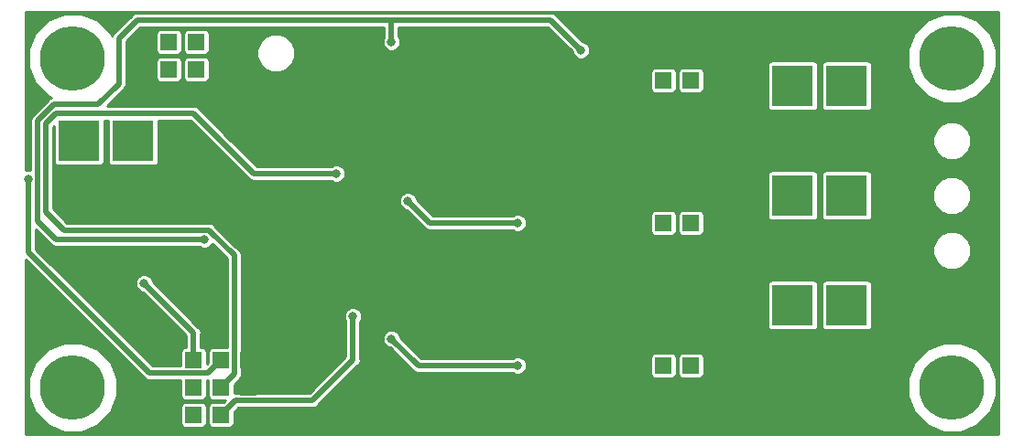
<source format=gbr>
G04 #@! TF.GenerationSoftware,KiCad,Pcbnew,(6.0.0-rc1-dev-205-gc0615c5ef)*
G04 #@! TF.CreationDate,2019-05-29T12:14:59+02:00*
G04 #@! TF.ProjectId,BATPOWER05A,424154504F5745523035412E6B696361,REV*
G04 #@! TF.SameCoordinates,Original*
G04 #@! TF.FileFunction,Copper,L1,Top,Signal*
G04 #@! TF.FilePolarity,Positive*
%FSLAX46Y46*%
G04 Gerber Fmt 4.6, Leading zero omitted, Abs format (unit mm)*
G04 Created by KiCad (PCBNEW (6.0.0-rc1-dev-205-gc0615c5ef)) date 05/29/19 12:14:59*
%MOMM*%
%LPD*%
G01*
G04 APERTURE LIST*
G04 #@! TA.AperFunction,ComponentPad*
%ADD10R,1.524000X1.524000*%
G04 #@! TD*
G04 #@! TA.AperFunction,ComponentPad*
%ADD11C,6.000000*%
G04 #@! TD*
G04 #@! TA.AperFunction,ComponentPad*
%ADD12R,3.810000X3.810000*%
G04 #@! TD*
G04 #@! TA.AperFunction,ViaPad*
%ADD13C,0.800000*%
G04 #@! TD*
G04 #@! TA.AperFunction,Conductor*
%ADD14C,0.500000*%
G04 #@! TD*
G04 #@! TA.AperFunction,Conductor*
%ADD15C,0.254000*%
G04 #@! TD*
G04 APERTURE END LIST*
D10*
G04 #@! TO.P,J1,1*
G04 #@! TO.N,GND*
X19050000Y37084000D03*
G04 #@! TO.P,J1,2*
X19050000Y34544000D03*
G04 #@! TO.P,J1,3*
G04 #@! TO.N,Net-(F1-Pad2)*
X16510000Y37084000D03*
G04 #@! TO.P,J1,4*
X16510000Y34544000D03*
G04 #@! TO.P,J1,5*
X13970000Y37084000D03*
G04 #@! TO.P,J1,6*
X13970000Y34544000D03*
G04 #@! TO.P,J1,7*
G04 #@! TO.N,GND*
X11430000Y37084000D03*
G04 #@! TO.P,J1,8*
X11430000Y34544000D03*
G04 #@! TD*
G04 #@! TO.P,J2,1*
G04 #@! TO.N,/T1*
X16256000Y7620000D03*
G04 #@! TD*
G04 #@! TO.P,J3,1*
G04 #@! TO.N,/T1*
X16256000Y5080000D03*
G04 #@! TD*
G04 #@! TO.P,J4,1*
G04 #@! TO.N,/T2*
X16256000Y2540000D03*
G04 #@! TD*
G04 #@! TO.P,J5,1*
G04 #@! TO.N,Net-(J5-Pad1)*
X18796000Y7620000D03*
G04 #@! TD*
G04 #@! TO.P,J6,1*
G04 #@! TO.N,GND*
X21336000Y7620000D03*
G04 #@! TD*
G04 #@! TO.P,J7,1*
G04 #@! TO.N,Net-(J7-Pad1)*
X18796000Y5080000D03*
G04 #@! TD*
G04 #@! TO.P,J8,1*
G04 #@! TO.N,GND*
X21336000Y5080000D03*
G04 #@! TD*
G04 #@! TO.P,J9,1*
G04 #@! TO.N,Net-(J9-Pad1)*
X18796000Y2540000D03*
G04 #@! TD*
G04 #@! TO.P,J10,1*
G04 #@! TO.N,GND*
X21336000Y2540000D03*
G04 #@! TD*
G04 #@! TO.P,J11,1*
G04 #@! TO.N,GND*
X59690000Y36068000D03*
G04 #@! TO.P,J11,2*
X62230000Y36068000D03*
G04 #@! TO.P,J11,3*
G04 #@! TO.N,/OUT1*
X59690000Y33528000D03*
G04 #@! TO.P,J11,4*
X62230000Y33528000D03*
G04 #@! TO.P,J11,5*
G04 #@! TO.N,GND*
X59690000Y30988000D03*
G04 #@! TO.P,J11,6*
X62230000Y30988000D03*
G04 #@! TD*
G04 #@! TO.P,J12,1*
G04 #@! TO.N,GND*
X62230000Y17780000D03*
G04 #@! TO.P,J12,2*
X59690000Y17780000D03*
G04 #@! TO.P,J12,3*
G04 #@! TO.N,/OUT2*
X62230000Y20320000D03*
G04 #@! TO.P,J12,4*
X59690000Y20320000D03*
G04 #@! TO.P,J12,5*
G04 #@! TO.N,GND*
X62230000Y22860000D03*
G04 #@! TO.P,J12,6*
X59690000Y22860000D03*
G04 #@! TD*
G04 #@! TO.P,J13,6*
G04 #@! TO.N,GND*
X59690000Y9652000D03*
G04 #@! TO.P,J13,5*
X62230000Y9652000D03*
G04 #@! TO.P,J13,4*
G04 #@! TO.N,/OUT3*
X59690000Y7112000D03*
G04 #@! TO.P,J13,3*
X62230000Y7112000D03*
G04 #@! TO.P,J13,2*
G04 #@! TO.N,GND*
X59690000Y4572000D03*
G04 #@! TO.P,J13,1*
X62230000Y4572000D03*
G04 #@! TD*
D11*
G04 #@! TO.P,M1,1*
G04 #@! TO.N,N/C*
X5080000Y35560000D03*
G04 #@! TD*
G04 #@! TO.P,M2,1*
G04 #@! TO.N,N/C*
X86360000Y35560000D03*
G04 #@! TD*
G04 #@! TO.P,M3,1*
G04 #@! TO.N,N/C*
X5080000Y5080000D03*
G04 #@! TD*
G04 #@! TO.P,M4,1*
G04 #@! TO.N,N/C*
X86360000Y5080000D03*
G04 #@! TD*
D12*
G04 #@! TO.P,P1,1*
G04 #@! TO.N,Net-(F1-Pad2)*
X5668000Y27940000D03*
X10668000Y27940000D03*
G04 #@! TD*
G04 #@! TO.P,P2,1*
G04 #@! TO.N,GND*
X10668000Y22860000D03*
X5668000Y22860000D03*
G04 #@! TD*
G04 #@! TO.P,P3,1*
G04 #@! TO.N,/OUT1*
X76628000Y33020000D03*
X71628000Y33020000D03*
G04 #@! TD*
G04 #@! TO.P,P4,1*
G04 #@! TO.N,GND*
X71628000Y27940000D03*
X76628000Y27940000D03*
G04 #@! TD*
G04 #@! TO.P,P5,1*
G04 #@! TO.N,/OUT2*
X76628000Y22860000D03*
X71628000Y22860000D03*
G04 #@! TD*
G04 #@! TO.P,P6,1*
G04 #@! TO.N,GND*
X71628000Y17780000D03*
X76628000Y17780000D03*
G04 #@! TD*
G04 #@! TO.P,P7,1*
G04 #@! TO.N,/OUT3*
X76628000Y12700000D03*
X71628000Y12700000D03*
G04 #@! TD*
G04 #@! TO.P,P8,1*
G04 #@! TO.N,GND*
X71628000Y7620000D03*
X76628000Y7620000D03*
G04 #@! TD*
D13*
G04 #@! TO.N,GND*
X13716000Y21336000D03*
X13716000Y22352000D03*
X13716000Y23368000D03*
X13716000Y24384000D03*
X15748000Y24384000D03*
X15748000Y23368000D03*
X15748000Y22352000D03*
X15748000Y21336000D03*
X14732000Y21336000D03*
X14732000Y22352000D03*
X14732000Y23368000D03*
X14732000Y24384000D03*
X16764000Y21336000D03*
X17780000Y21336000D03*
X18796000Y21336000D03*
X18796000Y22352000D03*
X17780000Y22352000D03*
X16764000Y22352000D03*
X16764000Y23368000D03*
X17780000Y23368000D03*
X18796000Y23368000D03*
X18796000Y24384000D03*
X16764000Y24384000D03*
X17780000Y24384000D03*
X16256000Y25400000D03*
X17272000Y26416000D03*
X18288000Y26416000D03*
X17780000Y25400000D03*
X18796000Y25400000D03*
X18288000Y33020000D03*
X19304000Y33020000D03*
X20320000Y33020000D03*
X21336000Y33020000D03*
X22352000Y33020000D03*
X22860000Y34036000D03*
X21844000Y34036000D03*
X20828000Y34036000D03*
X10668000Y33020000D03*
X11684000Y33020000D03*
X10668000Y31496000D03*
X9144000Y31496000D03*
X20828000Y38100000D03*
X21844000Y38100000D03*
X22860000Y38100000D03*
X25908000Y38100000D03*
X40132000Y36068000D03*
X41148000Y36068000D03*
X40132000Y37084000D03*
X41148000Y37084000D03*
X41148000Y38100000D03*
X40132000Y38100000D03*
X42164000Y38100000D03*
X42164000Y37084000D03*
X43180000Y37084000D03*
X43180000Y38100000D03*
X44196000Y38100000D03*
X44196000Y37084000D03*
X45212000Y37084000D03*
X45212000Y38100000D03*
X46228000Y38100000D03*
X46228000Y37084000D03*
X46228000Y36068000D03*
X47244000Y36068000D03*
X47244000Y37084000D03*
X47244000Y38100000D03*
X33528000Y23368000D03*
X34544000Y23368000D03*
X33528000Y24384000D03*
X33528000Y25400000D03*
X34036000Y26416000D03*
X34544000Y25400000D03*
X34544000Y24384000D03*
X35560000Y24384000D03*
X35560000Y25400000D03*
X35052000Y26924000D03*
X36068000Y26924000D03*
X37084000Y26924000D03*
X38100000Y26924000D03*
X39116000Y26924000D03*
X40132000Y26924000D03*
X41148000Y26924000D03*
X41148000Y27940000D03*
X41656000Y28956000D03*
X42164000Y27940000D03*
X42164000Y26924000D03*
X41656000Y25908000D03*
X41656000Y24892000D03*
X41656000Y23876000D03*
X41148000Y22352000D03*
X42672000Y23876000D03*
X42672000Y24892000D03*
X42672000Y25908000D03*
X43688000Y25908000D03*
X43688000Y24892000D03*
X43688000Y23876000D03*
X44704000Y23876000D03*
X44704000Y24892000D03*
X44704000Y25908000D03*
X31496000Y14224000D03*
X32512000Y14224000D03*
X33528000Y14224000D03*
X34544000Y14224000D03*
X35560000Y14224000D03*
X36576000Y13716000D03*
X37592000Y13716000D03*
X38608000Y13716000D03*
X39624000Y13716000D03*
X40640000Y13716000D03*
X29972000Y13208000D03*
X30480000Y14224000D03*
X41148000Y14732000D03*
X41148000Y15748000D03*
X42164000Y15748000D03*
X42164000Y16764000D03*
X43180000Y16764000D03*
X43180000Y15748000D03*
X43180000Y14732000D03*
X42164000Y14732000D03*
X41656000Y13716000D03*
X43180000Y13716000D03*
X44196000Y13716000D03*
X44196000Y14732000D03*
X44196000Y15748000D03*
X44196000Y16764000D03*
X34036000Y11176000D03*
X34036000Y12192000D03*
X34036000Y13208000D03*
X40132000Y9652000D03*
X41148000Y9652000D03*
X40132000Y10668000D03*
X40132000Y11684000D03*
X40132000Y12700000D03*
X41148000Y12700000D03*
X41148000Y11684000D03*
X41148000Y10668000D03*
X42164000Y11176000D03*
X42164000Y12192000D03*
X43180000Y12192000D03*
X43180000Y11176000D03*
X44196000Y12192000D03*
X44196000Y11176000D03*
X23876000Y2032000D03*
X24892000Y2032000D03*
X25908000Y2032000D03*
X26924000Y2032000D03*
X27940000Y2032000D03*
X28956000Y2032000D03*
X29972000Y2032000D03*
X30988000Y2032000D03*
X32004000Y2032000D03*
X33020000Y2032000D03*
X34036000Y2032000D03*
X35052000Y2032000D03*
X42164000Y1524000D03*
X43180000Y1524000D03*
X42164000Y2540000D03*
X43180000Y2540000D03*
X42164000Y3556000D03*
X43180000Y3556000D03*
X44196000Y3556000D03*
X44196000Y2540000D03*
X44196000Y1524000D03*
X45212000Y1524000D03*
X45212000Y2540000D03*
X45212000Y3556000D03*
X46228000Y3556000D03*
X46228000Y2540000D03*
X46228000Y1524000D03*
X58928000Y28956000D03*
X59944000Y28956000D03*
X60960000Y28956000D03*
X61976000Y28956000D03*
X62992000Y28956000D03*
X58928000Y27940000D03*
X59944000Y27940000D03*
X60960000Y27940000D03*
X61976000Y27940000D03*
X58928000Y26924000D03*
X58928000Y25908000D03*
X58928000Y24892000D03*
X59944000Y24892000D03*
X59944000Y25908000D03*
X59944000Y26924000D03*
X60960000Y26924000D03*
X60960000Y25908000D03*
X60960000Y24892000D03*
X61976000Y24892000D03*
X61976000Y25908000D03*
X61976000Y26924000D03*
X62992000Y27940000D03*
X62992000Y26924000D03*
X62992000Y25908000D03*
X62992000Y24892000D03*
X57912000Y15748000D03*
X58928000Y15748000D03*
X59944000Y15748000D03*
X60960000Y15748000D03*
X61976000Y15748000D03*
X61976000Y14732000D03*
X61976000Y13716000D03*
X61976000Y12700000D03*
X61976000Y11684000D03*
X60960000Y11684000D03*
X60960000Y12700000D03*
X60960000Y13716000D03*
X60960000Y14732000D03*
X59944000Y14732000D03*
X59944000Y13716000D03*
X59944000Y12700000D03*
X59944000Y11684000D03*
X58928000Y11684000D03*
X58928000Y12700000D03*
X58928000Y13716000D03*
X58928000Y14732000D03*
X57912000Y14732000D03*
X57912000Y13716000D03*
X57912000Y12700000D03*
X57912000Y11684000D03*
X58420000Y2540000D03*
X59436000Y2540000D03*
X60452000Y2540000D03*
X61468000Y2540000D03*
X62484000Y2540000D03*
X63500000Y2540000D03*
X58420000Y1524000D03*
X59436000Y1524000D03*
X60452000Y1524000D03*
X61468000Y1524000D03*
X62484000Y1524000D03*
X63500000Y1524000D03*
X64516000Y2540000D03*
X64516000Y1524000D03*
X64516000Y3556000D03*
X65532000Y3556000D03*
X65532000Y2540000D03*
X65532000Y1524000D03*
X70104000Y4572000D03*
X71120000Y4572000D03*
X72136000Y4572000D03*
X73152000Y4572000D03*
X74168000Y4572000D03*
X75184000Y4572000D03*
X76200000Y4572000D03*
X77216000Y4572000D03*
X78232000Y4572000D03*
X79248000Y4572000D03*
X80264000Y4572000D03*
X80264000Y5588000D03*
X80264000Y6604000D03*
X80264000Y8128000D03*
X80264000Y9144000D03*
X15748000Y13716000D03*
X16764000Y13716000D03*
X6096000Y15748000D03*
X7112000Y15748000D03*
X8128000Y15240000D03*
X9144000Y15240000D03*
X21336000Y12700000D03*
X12192000Y8636000D03*
X13208000Y8636000D03*
X14224000Y8636000D03*
G04 #@! TO.N,/OUT1*
X17272000Y18796000D03*
X34544000Y37084000D03*
X52070000Y36322000D03*
G04 #@! TO.N,/OUT2*
X36068000Y22352000D03*
X46228000Y20320000D03*
G04 #@! TO.N,/OUT3*
X34544000Y9580500D03*
X46228000Y7112000D03*
G04 #@! TO.N,/T1*
X11684000Y14732000D03*
G04 #@! TO.N,Net-(J5-Pad1)*
X1016000Y24384000D03*
G04 #@! TO.N,Net-(J7-Pad1)*
X29464000Y24892000D03*
G04 #@! TO.N,Net-(J9-Pad1)*
X30988000Y11684000D03*
G04 #@! TD*
D14*
G04 #@! TO.N,/OUT1*
X49276000Y39116000D02*
X52070000Y36322000D01*
X34544000Y37084000D02*
X34544000Y39116000D01*
X34544000Y39116000D02*
X40132000Y39116000D01*
X1866001Y20485999D02*
X3556000Y18796000D01*
X1866001Y29806001D02*
X1866001Y20485999D01*
X3556000Y18796000D02*
X17272000Y18796000D01*
X11040002Y39116000D02*
X9330001Y37405999D01*
X9330001Y37405999D02*
X9330001Y33206001D01*
X7433999Y31309999D02*
X3369999Y31309999D01*
X34544000Y39116000D02*
X11040002Y39116000D01*
X3369999Y31309999D02*
X1866001Y29806001D01*
X9330001Y33206001D02*
X7433999Y31309999D01*
X40132000Y39116000D02*
X49276000Y39116000D01*
G04 #@! TO.N,/OUT2*
X38100000Y20320000D02*
X36068000Y22352000D01*
X46228000Y20320000D02*
X38100000Y20320000D01*
G04 #@! TO.N,/OUT3*
X37012500Y7112000D02*
X34544000Y9580500D01*
X46228000Y7112000D02*
X37012500Y7112000D01*
G04 #@! TO.N,/T1*
X16256000Y10160000D02*
X16256000Y7620000D01*
X11684000Y14732000D02*
X16256000Y10160000D01*
G04 #@! TO.N,Net-(J5-Pad1)*
X1016000Y23818315D02*
X1016000Y24384000D01*
X1016000Y17583999D02*
X1016000Y23818315D01*
X18796000Y7620000D02*
X17583999Y6407999D01*
X17583999Y6407999D02*
X12192000Y6407999D01*
X12192000Y6407999D02*
X1016000Y17583999D01*
G04 #@! TO.N,Net-(J7-Pad1)*
X20008001Y6292001D02*
X18796000Y5080000D01*
X20008001Y17318001D02*
X20008001Y6292001D01*
X17680001Y19646001D02*
X20008001Y17318001D01*
X21844000Y24892000D02*
X16256000Y30480000D01*
X4261997Y19646001D02*
X17680001Y19646001D01*
X16256000Y30480000D02*
X3556000Y30480000D01*
X3556000Y30480000D02*
X2566011Y29490011D01*
X2566011Y29490011D02*
X2566011Y21341987D01*
X2566011Y21341987D02*
X4261997Y19646001D01*
X23368000Y24892000D02*
X29464000Y24892000D01*
X23368000Y24892000D02*
X21844000Y24892000D01*
G04 #@! TO.N,Net-(J9-Pad1)*
X18796000Y2540000D02*
X20123999Y3867999D01*
X21844000Y3867999D02*
X27235999Y3867999D01*
X20123999Y3867999D02*
X21844000Y3867999D01*
X27235999Y3867999D02*
X30988000Y7620000D01*
X30988000Y7620000D02*
X30988000Y11684000D01*
G04 #@! TD*
D15*
G04 #@! TO.N,GND*
G36*
X90684000Y756000D02*
X756000Y756000D01*
X756000Y5900911D01*
X953000Y5900911D01*
X953000Y4259089D01*
X1581298Y2742242D01*
X2742242Y1581298D01*
X4259089Y953000D01*
X5900911Y953000D01*
X7417758Y1581298D01*
X8578702Y2742242D01*
X8810561Y3302000D01*
X15058635Y3302000D01*
X15058635Y1778000D01*
X15091775Y1611393D01*
X15186150Y1470150D01*
X15327393Y1375775D01*
X15494000Y1342635D01*
X17018000Y1342635D01*
X17184607Y1375775D01*
X17325850Y1470150D01*
X17420225Y1611393D01*
X17453365Y1778000D01*
X17453365Y3302000D01*
X17420225Y3468607D01*
X17325850Y3609850D01*
X17184607Y3704225D01*
X17018000Y3737365D01*
X15494000Y3737365D01*
X15327393Y3704225D01*
X15186150Y3609850D01*
X15091775Y3468607D01*
X15058635Y3302000D01*
X8810561Y3302000D01*
X9207000Y4259089D01*
X9207000Y5900911D01*
X8578702Y7417758D01*
X7417758Y8578702D01*
X5900911Y9207000D01*
X4259089Y9207000D01*
X2742242Y8578702D01*
X1581298Y7417758D01*
X953000Y5900911D01*
X756000Y5900911D01*
X756000Y16886578D01*
X11666138Y5976439D01*
X11703910Y5919909D01*
X11927848Y5770279D01*
X12125322Y5730999D01*
X12125323Y5730999D01*
X12192000Y5717736D01*
X12258676Y5730999D01*
X15058635Y5730999D01*
X15058635Y4318000D01*
X15091775Y4151393D01*
X15186150Y4010150D01*
X15327393Y3915775D01*
X15494000Y3882635D01*
X17018000Y3882635D01*
X17184607Y3915775D01*
X17325850Y4010150D01*
X17420225Y4151393D01*
X17453365Y4318000D01*
X17453365Y5730999D01*
X17517323Y5730999D01*
X17583999Y5717736D01*
X17598635Y5720647D01*
X17598635Y4318000D01*
X17631775Y4151393D01*
X17726150Y4010150D01*
X17867393Y3915775D01*
X18034000Y3882635D01*
X19181213Y3882635D01*
X19035943Y3737365D01*
X18034000Y3737365D01*
X17867393Y3704225D01*
X17726150Y3609850D01*
X17631775Y3468607D01*
X17598635Y3302000D01*
X17598635Y1778000D01*
X17631775Y1611393D01*
X17726150Y1470150D01*
X17867393Y1375775D01*
X18034000Y1342635D01*
X19558000Y1342635D01*
X19724607Y1375775D01*
X19865850Y1470150D01*
X19960225Y1611393D01*
X19993365Y1778000D01*
X19993365Y2779943D01*
X20404421Y3190999D01*
X27169323Y3190999D01*
X27235999Y3177736D01*
X27302675Y3190999D01*
X27302677Y3190999D01*
X27500151Y3230279D01*
X27724089Y3379909D01*
X27761863Y3436442D01*
X30226332Y5900911D01*
X82233000Y5900911D01*
X82233000Y4259089D01*
X82861298Y2742242D01*
X84022242Y1581298D01*
X85539089Y953000D01*
X87180911Y953000D01*
X88697758Y1581298D01*
X89858702Y2742242D01*
X90487000Y4259089D01*
X90487000Y5900911D01*
X89858702Y7417758D01*
X88697758Y8578702D01*
X87180911Y9207000D01*
X85539089Y9207000D01*
X84022242Y8578702D01*
X82861298Y7417758D01*
X82233000Y5900911D01*
X30226332Y5900911D01*
X31419562Y7094140D01*
X31476089Y7131910D01*
X31572702Y7276501D01*
X31625720Y7355847D01*
X31678263Y7620000D01*
X31665000Y7686678D01*
X31665000Y9745001D01*
X33717000Y9745001D01*
X33717000Y9415999D01*
X33842903Y9112042D01*
X34075542Y8879403D01*
X34379499Y8753500D01*
X34413579Y8753500D01*
X36486638Y6680440D01*
X36524410Y6623910D01*
X36748348Y6474280D01*
X36945822Y6435000D01*
X36945823Y6435000D01*
X37012499Y6421737D01*
X37079176Y6435000D01*
X45735445Y6435000D01*
X45759542Y6410903D01*
X46063499Y6285000D01*
X46392501Y6285000D01*
X46696458Y6410903D01*
X46929097Y6643542D01*
X47055000Y6947499D01*
X47055000Y7276501D01*
X46929097Y7580458D01*
X46696458Y7813097D01*
X46549426Y7874000D01*
X58492635Y7874000D01*
X58492635Y6350000D01*
X58525775Y6183393D01*
X58620150Y6042150D01*
X58761393Y5947775D01*
X58928000Y5914635D01*
X60452000Y5914635D01*
X60618607Y5947775D01*
X60759850Y6042150D01*
X60854225Y6183393D01*
X60887365Y6350000D01*
X60887365Y7874000D01*
X61032635Y7874000D01*
X61032635Y6350000D01*
X61065775Y6183393D01*
X61160150Y6042150D01*
X61301393Y5947775D01*
X61468000Y5914635D01*
X62992000Y5914635D01*
X63158607Y5947775D01*
X63299850Y6042150D01*
X63394225Y6183393D01*
X63427365Y6350000D01*
X63427365Y7874000D01*
X63394225Y8040607D01*
X63299850Y8181850D01*
X63158607Y8276225D01*
X62992000Y8309365D01*
X61468000Y8309365D01*
X61301393Y8276225D01*
X61160150Y8181850D01*
X61065775Y8040607D01*
X61032635Y7874000D01*
X60887365Y7874000D01*
X60854225Y8040607D01*
X60759850Y8181850D01*
X60618607Y8276225D01*
X60452000Y8309365D01*
X58928000Y8309365D01*
X58761393Y8276225D01*
X58620150Y8181850D01*
X58525775Y8040607D01*
X58492635Y7874000D01*
X46549426Y7874000D01*
X46392501Y7939000D01*
X46063499Y7939000D01*
X45759542Y7813097D01*
X45735445Y7789000D01*
X37292922Y7789000D01*
X35371000Y9710921D01*
X35371000Y9745001D01*
X35245097Y10048958D01*
X35012458Y10281597D01*
X34708501Y10407500D01*
X34379499Y10407500D01*
X34075542Y10281597D01*
X33842903Y10048958D01*
X33717000Y9745001D01*
X31665000Y9745001D01*
X31665000Y11191445D01*
X31689097Y11215542D01*
X31815000Y11519499D01*
X31815000Y11848501D01*
X31689097Y12152458D01*
X31456458Y12385097D01*
X31152501Y12511000D01*
X30823499Y12511000D01*
X30519542Y12385097D01*
X30286903Y12152458D01*
X30161000Y11848501D01*
X30161000Y11519499D01*
X30286903Y11215542D01*
X30311001Y11191444D01*
X30311000Y7900422D01*
X26955578Y4544999D01*
X20190675Y4544999D01*
X20123998Y4558262D01*
X20057322Y4544999D01*
X20057321Y4544999D01*
X19993365Y4532277D01*
X19993365Y5319943D01*
X20439564Y5766141D01*
X20496091Y5803911D01*
X20645721Y6027849D01*
X20685001Y6225323D01*
X20685001Y6225324D01*
X20698264Y6292000D01*
X20685001Y6358677D01*
X20685001Y14605000D01*
X69287635Y14605000D01*
X69287635Y10795000D01*
X69320775Y10628393D01*
X69415150Y10487150D01*
X69556393Y10392775D01*
X69723000Y10359635D01*
X73533000Y10359635D01*
X73699607Y10392775D01*
X73840850Y10487150D01*
X73935225Y10628393D01*
X73968365Y10795000D01*
X73968365Y14605000D01*
X74287635Y14605000D01*
X74287635Y10795000D01*
X74320775Y10628393D01*
X74415150Y10487150D01*
X74556393Y10392775D01*
X74723000Y10359635D01*
X78533000Y10359635D01*
X78699607Y10392775D01*
X78840850Y10487150D01*
X78935225Y10628393D01*
X78968365Y10795000D01*
X78968365Y14605000D01*
X78935225Y14771607D01*
X78840850Y14912850D01*
X78699607Y15007225D01*
X78533000Y15040365D01*
X74723000Y15040365D01*
X74556393Y15007225D01*
X74415150Y14912850D01*
X74320775Y14771607D01*
X74287635Y14605000D01*
X73968365Y14605000D01*
X73935225Y14771607D01*
X73840850Y14912850D01*
X73699607Y15007225D01*
X73533000Y15040365D01*
X69723000Y15040365D01*
X69556393Y15007225D01*
X69415150Y14912850D01*
X69320775Y14771607D01*
X69287635Y14605000D01*
X20685001Y14605000D01*
X20685001Y17251325D01*
X20698264Y17318002D01*
X20685001Y17384679D01*
X20645721Y17582153D01*
X20496090Y17806091D01*
X20439563Y17843861D01*
X20149957Y18133467D01*
X84583000Y18133467D01*
X84583000Y17426533D01*
X84853533Y16773411D01*
X85353411Y16273533D01*
X86006533Y16003000D01*
X86713467Y16003000D01*
X87366589Y16273533D01*
X87866467Y16773411D01*
X88137000Y17426533D01*
X88137000Y18133467D01*
X87866467Y18786589D01*
X87366589Y19286467D01*
X86713467Y19557000D01*
X86006533Y19557000D01*
X85353411Y19286467D01*
X84853533Y18786589D01*
X84583000Y18133467D01*
X20149957Y18133467D01*
X18205865Y20077558D01*
X18168091Y20134091D01*
X17944153Y20283721D01*
X17746679Y20323001D01*
X17746677Y20323001D01*
X17680001Y20336264D01*
X17613325Y20323001D01*
X4542420Y20323001D01*
X3243011Y21622408D01*
X3243011Y22516501D01*
X35241000Y22516501D01*
X35241000Y22187499D01*
X35366903Y21883542D01*
X35599542Y21650903D01*
X35903499Y21525000D01*
X35937579Y21525000D01*
X37574138Y19888440D01*
X37611910Y19831910D01*
X37835848Y19682280D01*
X38033322Y19643000D01*
X38033323Y19643000D01*
X38100000Y19629737D01*
X38166676Y19643000D01*
X45735445Y19643000D01*
X45759542Y19618903D01*
X46063499Y19493000D01*
X46392501Y19493000D01*
X46696458Y19618903D01*
X46929097Y19851542D01*
X47055000Y20155499D01*
X47055000Y20484501D01*
X46929097Y20788458D01*
X46696458Y21021097D01*
X46549426Y21082000D01*
X58492635Y21082000D01*
X58492635Y19558000D01*
X58525775Y19391393D01*
X58620150Y19250150D01*
X58761393Y19155775D01*
X58928000Y19122635D01*
X60452000Y19122635D01*
X60618607Y19155775D01*
X60759850Y19250150D01*
X60854225Y19391393D01*
X60887365Y19558000D01*
X60887365Y21082000D01*
X61032635Y21082000D01*
X61032635Y19558000D01*
X61065775Y19391393D01*
X61160150Y19250150D01*
X61301393Y19155775D01*
X61468000Y19122635D01*
X62992000Y19122635D01*
X63158607Y19155775D01*
X63299850Y19250150D01*
X63394225Y19391393D01*
X63427365Y19558000D01*
X63427365Y21082000D01*
X63394225Y21248607D01*
X63299850Y21389850D01*
X63158607Y21484225D01*
X62992000Y21517365D01*
X61468000Y21517365D01*
X61301393Y21484225D01*
X61160150Y21389850D01*
X61065775Y21248607D01*
X61032635Y21082000D01*
X60887365Y21082000D01*
X60854225Y21248607D01*
X60759850Y21389850D01*
X60618607Y21484225D01*
X60452000Y21517365D01*
X58928000Y21517365D01*
X58761393Y21484225D01*
X58620150Y21389850D01*
X58525775Y21248607D01*
X58492635Y21082000D01*
X46549426Y21082000D01*
X46392501Y21147000D01*
X46063499Y21147000D01*
X45759542Y21021097D01*
X45735445Y20997000D01*
X38380422Y20997000D01*
X36895000Y22482421D01*
X36895000Y22516501D01*
X36769097Y22820458D01*
X36536458Y23053097D01*
X36232501Y23179000D01*
X35903499Y23179000D01*
X35599542Y23053097D01*
X35366903Y22820458D01*
X35241000Y22516501D01*
X3243011Y22516501D01*
X3243011Y29209590D01*
X3327635Y29294214D01*
X3327635Y26035000D01*
X3360775Y25868393D01*
X3455150Y25727150D01*
X3596393Y25632775D01*
X3763000Y25599635D01*
X7573000Y25599635D01*
X7739607Y25632775D01*
X7880850Y25727150D01*
X7975225Y25868393D01*
X8008365Y26035000D01*
X8008365Y29803000D01*
X8327635Y29803000D01*
X8327635Y26035000D01*
X8360775Y25868393D01*
X8455150Y25727150D01*
X8596393Y25632775D01*
X8763000Y25599635D01*
X12573000Y25599635D01*
X12739607Y25632775D01*
X12880850Y25727150D01*
X12975225Y25868393D01*
X13008365Y26035000D01*
X13008365Y29803000D01*
X15975579Y29803000D01*
X21318140Y24460437D01*
X21355910Y24403910D01*
X21579848Y24254280D01*
X21777322Y24215000D01*
X21777323Y24215000D01*
X21843999Y24201737D01*
X21910676Y24215000D01*
X28971445Y24215000D01*
X28995542Y24190903D01*
X29299499Y24065000D01*
X29628501Y24065000D01*
X29932458Y24190903D01*
X30165097Y24423542D01*
X30291000Y24727499D01*
X30291000Y24765000D01*
X69287635Y24765000D01*
X69287635Y20955000D01*
X69320775Y20788393D01*
X69415150Y20647150D01*
X69556393Y20552775D01*
X69723000Y20519635D01*
X73533000Y20519635D01*
X73699607Y20552775D01*
X73840850Y20647150D01*
X73935225Y20788393D01*
X73968365Y20955000D01*
X73968365Y24765000D01*
X74287635Y24765000D01*
X74287635Y20955000D01*
X74320775Y20788393D01*
X74415150Y20647150D01*
X74556393Y20552775D01*
X74723000Y20519635D01*
X78533000Y20519635D01*
X78699607Y20552775D01*
X78840850Y20647150D01*
X78935225Y20788393D01*
X78968365Y20955000D01*
X78968365Y23213467D01*
X84551000Y23213467D01*
X84551000Y22506533D01*
X84821533Y21853411D01*
X85321411Y21353533D01*
X85974533Y21083000D01*
X86681467Y21083000D01*
X87334589Y21353533D01*
X87834467Y21853411D01*
X88105000Y22506533D01*
X88105000Y23213467D01*
X87834467Y23866589D01*
X87334589Y24366467D01*
X86681467Y24637000D01*
X85974533Y24637000D01*
X85321411Y24366467D01*
X84821533Y23866589D01*
X84551000Y23213467D01*
X78968365Y23213467D01*
X78968365Y24765000D01*
X78935225Y24931607D01*
X78840850Y25072850D01*
X78699607Y25167225D01*
X78533000Y25200365D01*
X74723000Y25200365D01*
X74556393Y25167225D01*
X74415150Y25072850D01*
X74320775Y24931607D01*
X74287635Y24765000D01*
X73968365Y24765000D01*
X73935225Y24931607D01*
X73840850Y25072850D01*
X73699607Y25167225D01*
X73533000Y25200365D01*
X69723000Y25200365D01*
X69556393Y25167225D01*
X69415150Y25072850D01*
X69320775Y24931607D01*
X69287635Y24765000D01*
X30291000Y24765000D01*
X30291000Y25056501D01*
X30165097Y25360458D01*
X29932458Y25593097D01*
X29628501Y25719000D01*
X29299499Y25719000D01*
X28995542Y25593097D01*
X28971445Y25569000D01*
X22124423Y25569000D01*
X19399955Y28293467D01*
X84583000Y28293467D01*
X84583000Y27586533D01*
X84853533Y26933411D01*
X85353411Y26433533D01*
X86006533Y26163000D01*
X86713467Y26163000D01*
X87366589Y26433533D01*
X87866467Y26933411D01*
X88137000Y27586533D01*
X88137000Y28293467D01*
X87866467Y28946589D01*
X87366589Y29446467D01*
X86713467Y29717000D01*
X86006533Y29717000D01*
X85353411Y29446467D01*
X84853533Y28946589D01*
X84583000Y28293467D01*
X19399955Y28293467D01*
X16781864Y30911557D01*
X16744090Y30968090D01*
X16520152Y31117720D01*
X16322678Y31157000D01*
X16322676Y31157000D01*
X16256000Y31170263D01*
X16189324Y31157000D01*
X8238421Y31157000D01*
X9761561Y32680139D01*
X9818091Y32717911D01*
X9967721Y32941849D01*
X10007001Y33139323D01*
X10007001Y33139324D01*
X10020264Y33206001D01*
X10007001Y33272677D01*
X10007001Y35306000D01*
X12772635Y35306000D01*
X12772635Y33782000D01*
X12805775Y33615393D01*
X12900150Y33474150D01*
X13041393Y33379775D01*
X13208000Y33346635D01*
X14732000Y33346635D01*
X14898607Y33379775D01*
X15039850Y33474150D01*
X15134225Y33615393D01*
X15167365Y33782000D01*
X15167365Y35306000D01*
X15312635Y35306000D01*
X15312635Y33782000D01*
X15345775Y33615393D01*
X15440150Y33474150D01*
X15581393Y33379775D01*
X15748000Y33346635D01*
X17272000Y33346635D01*
X17438607Y33379775D01*
X17579850Y33474150D01*
X17674225Y33615393D01*
X17707365Y33782000D01*
X17707365Y34290000D01*
X58492635Y34290000D01*
X58492635Y32766000D01*
X58525775Y32599393D01*
X58620150Y32458150D01*
X58761393Y32363775D01*
X58928000Y32330635D01*
X60452000Y32330635D01*
X60618607Y32363775D01*
X60759850Y32458150D01*
X60854225Y32599393D01*
X60887365Y32766000D01*
X60887365Y34290000D01*
X61032635Y34290000D01*
X61032635Y32766000D01*
X61065775Y32599393D01*
X61160150Y32458150D01*
X61301393Y32363775D01*
X61468000Y32330635D01*
X62992000Y32330635D01*
X63158607Y32363775D01*
X63299850Y32458150D01*
X63394225Y32599393D01*
X63427365Y32766000D01*
X63427365Y34290000D01*
X63394225Y34456607D01*
X63299850Y34597850D01*
X63158607Y34692225D01*
X62992000Y34725365D01*
X61468000Y34725365D01*
X61301393Y34692225D01*
X61160150Y34597850D01*
X61065775Y34456607D01*
X61032635Y34290000D01*
X60887365Y34290000D01*
X60854225Y34456607D01*
X60759850Y34597850D01*
X60618607Y34692225D01*
X60452000Y34725365D01*
X58928000Y34725365D01*
X58761393Y34692225D01*
X58620150Y34597850D01*
X58525775Y34456607D01*
X58492635Y34290000D01*
X17707365Y34290000D01*
X17707365Y35306000D01*
X17674225Y35472607D01*
X17579850Y35613850D01*
X17438607Y35708225D01*
X17272000Y35741365D01*
X15748000Y35741365D01*
X15581393Y35708225D01*
X15440150Y35613850D01*
X15345775Y35472607D01*
X15312635Y35306000D01*
X15167365Y35306000D01*
X15134225Y35472607D01*
X15039850Y35613850D01*
X14898607Y35708225D01*
X14732000Y35741365D01*
X13208000Y35741365D01*
X13041393Y35708225D01*
X12900150Y35613850D01*
X12805775Y35472607D01*
X12772635Y35306000D01*
X10007001Y35306000D01*
X10007001Y37125578D01*
X10727424Y37846000D01*
X12772635Y37846000D01*
X12772635Y36322000D01*
X12805775Y36155393D01*
X12900150Y36014150D01*
X13041393Y35919775D01*
X13208000Y35886635D01*
X14732000Y35886635D01*
X14898607Y35919775D01*
X15039850Y36014150D01*
X15134225Y36155393D01*
X15167365Y36322000D01*
X15167365Y37846000D01*
X15312635Y37846000D01*
X15312635Y36322000D01*
X15345775Y36155393D01*
X15440150Y36014150D01*
X15581393Y35919775D01*
X15748000Y35886635D01*
X17272000Y35886635D01*
X17438607Y35919775D01*
X17579850Y36014150D01*
X17674225Y36155393D01*
X17707365Y36322000D01*
X17707365Y36421467D01*
X22099000Y36421467D01*
X22099000Y35714533D01*
X22369533Y35061411D01*
X22869411Y34561533D01*
X23522533Y34291000D01*
X24229467Y34291000D01*
X24882589Y34561533D01*
X25246056Y34925000D01*
X69287635Y34925000D01*
X69287635Y31115000D01*
X69320775Y30948393D01*
X69415150Y30807150D01*
X69556393Y30712775D01*
X69723000Y30679635D01*
X73533000Y30679635D01*
X73699607Y30712775D01*
X73840850Y30807150D01*
X73935225Y30948393D01*
X73968365Y31115000D01*
X73968365Y34925000D01*
X74287635Y34925000D01*
X74287635Y31115000D01*
X74320775Y30948393D01*
X74415150Y30807150D01*
X74556393Y30712775D01*
X74723000Y30679635D01*
X78533000Y30679635D01*
X78699607Y30712775D01*
X78840850Y30807150D01*
X78935225Y30948393D01*
X78968365Y31115000D01*
X78968365Y34925000D01*
X78935225Y35091607D01*
X78840850Y35232850D01*
X78699607Y35327225D01*
X78533000Y35360365D01*
X74723000Y35360365D01*
X74556393Y35327225D01*
X74415150Y35232850D01*
X74320775Y35091607D01*
X74287635Y34925000D01*
X73968365Y34925000D01*
X73935225Y35091607D01*
X73840850Y35232850D01*
X73699607Y35327225D01*
X73533000Y35360365D01*
X69723000Y35360365D01*
X69556393Y35327225D01*
X69415150Y35232850D01*
X69320775Y35091607D01*
X69287635Y34925000D01*
X25246056Y34925000D01*
X25382467Y35061411D01*
X25653000Y35714533D01*
X25653000Y36421467D01*
X25382467Y37074589D01*
X24882589Y37574467D01*
X24229467Y37845000D01*
X23522533Y37845000D01*
X22869411Y37574467D01*
X22369533Y37074589D01*
X22099000Y36421467D01*
X17707365Y36421467D01*
X17707365Y37846000D01*
X17674225Y38012607D01*
X17579850Y38153850D01*
X17438607Y38248225D01*
X17272000Y38281365D01*
X15748000Y38281365D01*
X15581393Y38248225D01*
X15440150Y38153850D01*
X15345775Y38012607D01*
X15312635Y37846000D01*
X15167365Y37846000D01*
X15134225Y38012607D01*
X15039850Y38153850D01*
X14898607Y38248225D01*
X14732000Y38281365D01*
X13208000Y38281365D01*
X13041393Y38248225D01*
X12900150Y38153850D01*
X12805775Y38012607D01*
X12772635Y37846000D01*
X10727424Y37846000D01*
X11320425Y38439000D01*
X33867001Y38439000D01*
X33867000Y37576555D01*
X33842903Y37552458D01*
X33717000Y37248501D01*
X33717000Y36919499D01*
X33842903Y36615542D01*
X34075542Y36382903D01*
X34379499Y36257000D01*
X34708501Y36257000D01*
X35012458Y36382903D01*
X35245097Y36615542D01*
X35371000Y36919499D01*
X35371000Y37248501D01*
X35245097Y37552458D01*
X35221000Y37576555D01*
X35221000Y38439000D01*
X48995579Y38439000D01*
X51243000Y36191578D01*
X51243000Y36157499D01*
X51368903Y35853542D01*
X51601542Y35620903D01*
X51905499Y35495000D01*
X52234501Y35495000D01*
X52538458Y35620903D01*
X52771097Y35853542D01*
X52897000Y36157499D01*
X52897000Y36380911D01*
X82233000Y36380911D01*
X82233000Y34739089D01*
X82861298Y33222242D01*
X84022242Y32061298D01*
X85539089Y31433000D01*
X87180911Y31433000D01*
X88697758Y32061298D01*
X89858702Y33222242D01*
X90487000Y34739089D01*
X90487000Y36380911D01*
X89858702Y37897758D01*
X88697758Y39058702D01*
X87180911Y39687000D01*
X85539089Y39687000D01*
X84022242Y39058702D01*
X82861298Y37897758D01*
X82233000Y36380911D01*
X52897000Y36380911D01*
X52897000Y36486501D01*
X52771097Y36790458D01*
X52538458Y37023097D01*
X52234501Y37149000D01*
X52200422Y37149000D01*
X49801864Y39547557D01*
X49764090Y39604090D01*
X49540152Y39753720D01*
X49342678Y39793000D01*
X49342676Y39793000D01*
X49276000Y39806263D01*
X49209324Y39793000D01*
X34610678Y39793000D01*
X34544000Y39806263D01*
X34477323Y39793000D01*
X11106680Y39793000D01*
X11040002Y39806263D01*
X10775849Y39753720D01*
X10675996Y39687000D01*
X10551912Y39604090D01*
X10514142Y39547563D01*
X8898441Y37931861D01*
X8841911Y37894088D01*
X8692281Y37670150D01*
X8686019Y37638671D01*
X8578702Y37897758D01*
X7417758Y39058702D01*
X5900911Y39687000D01*
X4259089Y39687000D01*
X2742242Y39058702D01*
X1581298Y37897758D01*
X953000Y36380911D01*
X953000Y34739089D01*
X1581298Y33222242D01*
X2742242Y32061298D01*
X3071635Y31924859D01*
X2881909Y31798089D01*
X2844139Y31741562D01*
X1434441Y30331862D01*
X1377911Y30294090D01*
X1228281Y30070152D01*
X1223962Y30048437D01*
X1175738Y29806001D01*
X1189001Y29739324D01*
X1189001Y25207479D01*
X1180501Y25211000D01*
X851499Y25211000D01*
X756000Y25171443D01*
X756000Y39884000D01*
X90684001Y39884000D01*
X90684000Y756000D01*
X90684000Y756000D01*
G37*
X90684000Y756000D02*
X756000Y756000D01*
X756000Y5900911D01*
X953000Y5900911D01*
X953000Y4259089D01*
X1581298Y2742242D01*
X2742242Y1581298D01*
X4259089Y953000D01*
X5900911Y953000D01*
X7417758Y1581298D01*
X8578702Y2742242D01*
X8810561Y3302000D01*
X15058635Y3302000D01*
X15058635Y1778000D01*
X15091775Y1611393D01*
X15186150Y1470150D01*
X15327393Y1375775D01*
X15494000Y1342635D01*
X17018000Y1342635D01*
X17184607Y1375775D01*
X17325850Y1470150D01*
X17420225Y1611393D01*
X17453365Y1778000D01*
X17453365Y3302000D01*
X17420225Y3468607D01*
X17325850Y3609850D01*
X17184607Y3704225D01*
X17018000Y3737365D01*
X15494000Y3737365D01*
X15327393Y3704225D01*
X15186150Y3609850D01*
X15091775Y3468607D01*
X15058635Y3302000D01*
X8810561Y3302000D01*
X9207000Y4259089D01*
X9207000Y5900911D01*
X8578702Y7417758D01*
X7417758Y8578702D01*
X5900911Y9207000D01*
X4259089Y9207000D01*
X2742242Y8578702D01*
X1581298Y7417758D01*
X953000Y5900911D01*
X756000Y5900911D01*
X756000Y16886578D01*
X11666138Y5976439D01*
X11703910Y5919909D01*
X11927848Y5770279D01*
X12125322Y5730999D01*
X12125323Y5730999D01*
X12192000Y5717736D01*
X12258676Y5730999D01*
X15058635Y5730999D01*
X15058635Y4318000D01*
X15091775Y4151393D01*
X15186150Y4010150D01*
X15327393Y3915775D01*
X15494000Y3882635D01*
X17018000Y3882635D01*
X17184607Y3915775D01*
X17325850Y4010150D01*
X17420225Y4151393D01*
X17453365Y4318000D01*
X17453365Y5730999D01*
X17517323Y5730999D01*
X17583999Y5717736D01*
X17598635Y5720647D01*
X17598635Y4318000D01*
X17631775Y4151393D01*
X17726150Y4010150D01*
X17867393Y3915775D01*
X18034000Y3882635D01*
X19181213Y3882635D01*
X19035943Y3737365D01*
X18034000Y3737365D01*
X17867393Y3704225D01*
X17726150Y3609850D01*
X17631775Y3468607D01*
X17598635Y3302000D01*
X17598635Y1778000D01*
X17631775Y1611393D01*
X17726150Y1470150D01*
X17867393Y1375775D01*
X18034000Y1342635D01*
X19558000Y1342635D01*
X19724607Y1375775D01*
X19865850Y1470150D01*
X19960225Y1611393D01*
X19993365Y1778000D01*
X19993365Y2779943D01*
X20404421Y3190999D01*
X27169323Y3190999D01*
X27235999Y3177736D01*
X27302675Y3190999D01*
X27302677Y3190999D01*
X27500151Y3230279D01*
X27724089Y3379909D01*
X27761863Y3436442D01*
X30226332Y5900911D01*
X82233000Y5900911D01*
X82233000Y4259089D01*
X82861298Y2742242D01*
X84022242Y1581298D01*
X85539089Y953000D01*
X87180911Y953000D01*
X88697758Y1581298D01*
X89858702Y2742242D01*
X90487000Y4259089D01*
X90487000Y5900911D01*
X89858702Y7417758D01*
X88697758Y8578702D01*
X87180911Y9207000D01*
X85539089Y9207000D01*
X84022242Y8578702D01*
X82861298Y7417758D01*
X82233000Y5900911D01*
X30226332Y5900911D01*
X31419562Y7094140D01*
X31476089Y7131910D01*
X31572702Y7276501D01*
X31625720Y7355847D01*
X31678263Y7620000D01*
X31665000Y7686678D01*
X31665000Y9745001D01*
X33717000Y9745001D01*
X33717000Y9415999D01*
X33842903Y9112042D01*
X34075542Y8879403D01*
X34379499Y8753500D01*
X34413579Y8753500D01*
X36486638Y6680440D01*
X36524410Y6623910D01*
X36748348Y6474280D01*
X36945822Y6435000D01*
X36945823Y6435000D01*
X37012499Y6421737D01*
X37079176Y6435000D01*
X45735445Y6435000D01*
X45759542Y6410903D01*
X46063499Y6285000D01*
X46392501Y6285000D01*
X46696458Y6410903D01*
X46929097Y6643542D01*
X47055000Y6947499D01*
X47055000Y7276501D01*
X46929097Y7580458D01*
X46696458Y7813097D01*
X46549426Y7874000D01*
X58492635Y7874000D01*
X58492635Y6350000D01*
X58525775Y6183393D01*
X58620150Y6042150D01*
X58761393Y5947775D01*
X58928000Y5914635D01*
X60452000Y5914635D01*
X60618607Y5947775D01*
X60759850Y6042150D01*
X60854225Y6183393D01*
X60887365Y6350000D01*
X60887365Y7874000D01*
X61032635Y7874000D01*
X61032635Y6350000D01*
X61065775Y6183393D01*
X61160150Y6042150D01*
X61301393Y5947775D01*
X61468000Y5914635D01*
X62992000Y5914635D01*
X63158607Y5947775D01*
X63299850Y6042150D01*
X63394225Y6183393D01*
X63427365Y6350000D01*
X63427365Y7874000D01*
X63394225Y8040607D01*
X63299850Y8181850D01*
X63158607Y8276225D01*
X62992000Y8309365D01*
X61468000Y8309365D01*
X61301393Y8276225D01*
X61160150Y8181850D01*
X61065775Y8040607D01*
X61032635Y7874000D01*
X60887365Y7874000D01*
X60854225Y8040607D01*
X60759850Y8181850D01*
X60618607Y8276225D01*
X60452000Y8309365D01*
X58928000Y8309365D01*
X58761393Y8276225D01*
X58620150Y8181850D01*
X58525775Y8040607D01*
X58492635Y7874000D01*
X46549426Y7874000D01*
X46392501Y7939000D01*
X46063499Y7939000D01*
X45759542Y7813097D01*
X45735445Y7789000D01*
X37292922Y7789000D01*
X35371000Y9710921D01*
X35371000Y9745001D01*
X35245097Y10048958D01*
X35012458Y10281597D01*
X34708501Y10407500D01*
X34379499Y10407500D01*
X34075542Y10281597D01*
X33842903Y10048958D01*
X33717000Y9745001D01*
X31665000Y9745001D01*
X31665000Y11191445D01*
X31689097Y11215542D01*
X31815000Y11519499D01*
X31815000Y11848501D01*
X31689097Y12152458D01*
X31456458Y12385097D01*
X31152501Y12511000D01*
X30823499Y12511000D01*
X30519542Y12385097D01*
X30286903Y12152458D01*
X30161000Y11848501D01*
X30161000Y11519499D01*
X30286903Y11215542D01*
X30311001Y11191444D01*
X30311000Y7900422D01*
X26955578Y4544999D01*
X20190675Y4544999D01*
X20123998Y4558262D01*
X20057322Y4544999D01*
X20057321Y4544999D01*
X19993365Y4532277D01*
X19993365Y5319943D01*
X20439564Y5766141D01*
X20496091Y5803911D01*
X20645721Y6027849D01*
X20685001Y6225323D01*
X20685001Y6225324D01*
X20698264Y6292000D01*
X20685001Y6358677D01*
X20685001Y14605000D01*
X69287635Y14605000D01*
X69287635Y10795000D01*
X69320775Y10628393D01*
X69415150Y10487150D01*
X69556393Y10392775D01*
X69723000Y10359635D01*
X73533000Y10359635D01*
X73699607Y10392775D01*
X73840850Y10487150D01*
X73935225Y10628393D01*
X73968365Y10795000D01*
X73968365Y14605000D01*
X74287635Y14605000D01*
X74287635Y10795000D01*
X74320775Y10628393D01*
X74415150Y10487150D01*
X74556393Y10392775D01*
X74723000Y10359635D01*
X78533000Y10359635D01*
X78699607Y10392775D01*
X78840850Y10487150D01*
X78935225Y10628393D01*
X78968365Y10795000D01*
X78968365Y14605000D01*
X78935225Y14771607D01*
X78840850Y14912850D01*
X78699607Y15007225D01*
X78533000Y15040365D01*
X74723000Y15040365D01*
X74556393Y15007225D01*
X74415150Y14912850D01*
X74320775Y14771607D01*
X74287635Y14605000D01*
X73968365Y14605000D01*
X73935225Y14771607D01*
X73840850Y14912850D01*
X73699607Y15007225D01*
X73533000Y15040365D01*
X69723000Y15040365D01*
X69556393Y15007225D01*
X69415150Y14912850D01*
X69320775Y14771607D01*
X69287635Y14605000D01*
X20685001Y14605000D01*
X20685001Y17251325D01*
X20698264Y17318002D01*
X20685001Y17384679D01*
X20645721Y17582153D01*
X20496090Y17806091D01*
X20439563Y17843861D01*
X20149957Y18133467D01*
X84583000Y18133467D01*
X84583000Y17426533D01*
X84853533Y16773411D01*
X85353411Y16273533D01*
X86006533Y16003000D01*
X86713467Y16003000D01*
X87366589Y16273533D01*
X87866467Y16773411D01*
X88137000Y17426533D01*
X88137000Y18133467D01*
X87866467Y18786589D01*
X87366589Y19286467D01*
X86713467Y19557000D01*
X86006533Y19557000D01*
X85353411Y19286467D01*
X84853533Y18786589D01*
X84583000Y18133467D01*
X20149957Y18133467D01*
X18205865Y20077558D01*
X18168091Y20134091D01*
X17944153Y20283721D01*
X17746679Y20323001D01*
X17746677Y20323001D01*
X17680001Y20336264D01*
X17613325Y20323001D01*
X4542420Y20323001D01*
X3243011Y21622408D01*
X3243011Y22516501D01*
X35241000Y22516501D01*
X35241000Y22187499D01*
X35366903Y21883542D01*
X35599542Y21650903D01*
X35903499Y21525000D01*
X35937579Y21525000D01*
X37574138Y19888440D01*
X37611910Y19831910D01*
X37835848Y19682280D01*
X38033322Y19643000D01*
X38033323Y19643000D01*
X38100000Y19629737D01*
X38166676Y19643000D01*
X45735445Y19643000D01*
X45759542Y19618903D01*
X46063499Y19493000D01*
X46392501Y19493000D01*
X46696458Y19618903D01*
X46929097Y19851542D01*
X47055000Y20155499D01*
X47055000Y20484501D01*
X46929097Y20788458D01*
X46696458Y21021097D01*
X46549426Y21082000D01*
X58492635Y21082000D01*
X58492635Y19558000D01*
X58525775Y19391393D01*
X58620150Y19250150D01*
X58761393Y19155775D01*
X58928000Y19122635D01*
X60452000Y19122635D01*
X60618607Y19155775D01*
X60759850Y19250150D01*
X60854225Y19391393D01*
X60887365Y19558000D01*
X60887365Y21082000D01*
X61032635Y21082000D01*
X61032635Y19558000D01*
X61065775Y19391393D01*
X61160150Y19250150D01*
X61301393Y19155775D01*
X61468000Y19122635D01*
X62992000Y19122635D01*
X63158607Y19155775D01*
X63299850Y19250150D01*
X63394225Y19391393D01*
X63427365Y19558000D01*
X63427365Y21082000D01*
X63394225Y21248607D01*
X63299850Y21389850D01*
X63158607Y21484225D01*
X62992000Y21517365D01*
X61468000Y21517365D01*
X61301393Y21484225D01*
X61160150Y21389850D01*
X61065775Y21248607D01*
X61032635Y21082000D01*
X60887365Y21082000D01*
X60854225Y21248607D01*
X60759850Y21389850D01*
X60618607Y21484225D01*
X60452000Y21517365D01*
X58928000Y21517365D01*
X58761393Y21484225D01*
X58620150Y21389850D01*
X58525775Y21248607D01*
X58492635Y21082000D01*
X46549426Y21082000D01*
X46392501Y21147000D01*
X46063499Y21147000D01*
X45759542Y21021097D01*
X45735445Y20997000D01*
X38380422Y20997000D01*
X36895000Y22482421D01*
X36895000Y22516501D01*
X36769097Y22820458D01*
X36536458Y23053097D01*
X36232501Y23179000D01*
X35903499Y23179000D01*
X35599542Y23053097D01*
X35366903Y22820458D01*
X35241000Y22516501D01*
X3243011Y22516501D01*
X3243011Y29209590D01*
X3327635Y29294214D01*
X3327635Y26035000D01*
X3360775Y25868393D01*
X3455150Y25727150D01*
X3596393Y25632775D01*
X3763000Y25599635D01*
X7573000Y25599635D01*
X7739607Y25632775D01*
X7880850Y25727150D01*
X7975225Y25868393D01*
X8008365Y26035000D01*
X8008365Y29803000D01*
X8327635Y29803000D01*
X8327635Y26035000D01*
X8360775Y25868393D01*
X8455150Y25727150D01*
X8596393Y25632775D01*
X8763000Y25599635D01*
X12573000Y25599635D01*
X12739607Y25632775D01*
X12880850Y25727150D01*
X12975225Y25868393D01*
X13008365Y26035000D01*
X13008365Y29803000D01*
X15975579Y29803000D01*
X21318140Y24460437D01*
X21355910Y24403910D01*
X21579848Y24254280D01*
X21777322Y24215000D01*
X21777323Y24215000D01*
X21843999Y24201737D01*
X21910676Y24215000D01*
X28971445Y24215000D01*
X28995542Y24190903D01*
X29299499Y24065000D01*
X29628501Y24065000D01*
X29932458Y24190903D01*
X30165097Y24423542D01*
X30291000Y24727499D01*
X30291000Y24765000D01*
X69287635Y24765000D01*
X69287635Y20955000D01*
X69320775Y20788393D01*
X69415150Y20647150D01*
X69556393Y20552775D01*
X69723000Y20519635D01*
X73533000Y20519635D01*
X73699607Y20552775D01*
X73840850Y20647150D01*
X73935225Y20788393D01*
X73968365Y20955000D01*
X73968365Y24765000D01*
X74287635Y24765000D01*
X74287635Y20955000D01*
X74320775Y20788393D01*
X74415150Y20647150D01*
X74556393Y20552775D01*
X74723000Y20519635D01*
X78533000Y20519635D01*
X78699607Y20552775D01*
X78840850Y20647150D01*
X78935225Y20788393D01*
X78968365Y20955000D01*
X78968365Y23213467D01*
X84551000Y23213467D01*
X84551000Y22506533D01*
X84821533Y21853411D01*
X85321411Y21353533D01*
X85974533Y21083000D01*
X86681467Y21083000D01*
X87334589Y21353533D01*
X87834467Y21853411D01*
X88105000Y22506533D01*
X88105000Y23213467D01*
X87834467Y23866589D01*
X87334589Y24366467D01*
X86681467Y24637000D01*
X85974533Y24637000D01*
X85321411Y24366467D01*
X84821533Y23866589D01*
X84551000Y23213467D01*
X78968365Y23213467D01*
X78968365Y24765000D01*
X78935225Y24931607D01*
X78840850Y25072850D01*
X78699607Y25167225D01*
X78533000Y25200365D01*
X74723000Y25200365D01*
X74556393Y25167225D01*
X74415150Y25072850D01*
X74320775Y24931607D01*
X74287635Y24765000D01*
X73968365Y24765000D01*
X73935225Y24931607D01*
X73840850Y25072850D01*
X73699607Y25167225D01*
X73533000Y25200365D01*
X69723000Y25200365D01*
X69556393Y25167225D01*
X69415150Y25072850D01*
X69320775Y24931607D01*
X69287635Y24765000D01*
X30291000Y24765000D01*
X30291000Y25056501D01*
X30165097Y25360458D01*
X29932458Y25593097D01*
X29628501Y25719000D01*
X29299499Y25719000D01*
X28995542Y25593097D01*
X28971445Y25569000D01*
X22124423Y25569000D01*
X19399955Y28293467D01*
X84583000Y28293467D01*
X84583000Y27586533D01*
X84853533Y26933411D01*
X85353411Y26433533D01*
X86006533Y26163000D01*
X86713467Y26163000D01*
X87366589Y26433533D01*
X87866467Y26933411D01*
X88137000Y27586533D01*
X88137000Y28293467D01*
X87866467Y28946589D01*
X87366589Y29446467D01*
X86713467Y29717000D01*
X86006533Y29717000D01*
X85353411Y29446467D01*
X84853533Y28946589D01*
X84583000Y28293467D01*
X19399955Y28293467D01*
X16781864Y30911557D01*
X16744090Y30968090D01*
X16520152Y31117720D01*
X16322678Y31157000D01*
X16322676Y31157000D01*
X16256000Y31170263D01*
X16189324Y31157000D01*
X8238421Y31157000D01*
X9761561Y32680139D01*
X9818091Y32717911D01*
X9967721Y32941849D01*
X10007001Y33139323D01*
X10007001Y33139324D01*
X10020264Y33206001D01*
X10007001Y33272677D01*
X10007001Y35306000D01*
X12772635Y35306000D01*
X12772635Y33782000D01*
X12805775Y33615393D01*
X12900150Y33474150D01*
X13041393Y33379775D01*
X13208000Y33346635D01*
X14732000Y33346635D01*
X14898607Y33379775D01*
X15039850Y33474150D01*
X15134225Y33615393D01*
X15167365Y33782000D01*
X15167365Y35306000D01*
X15312635Y35306000D01*
X15312635Y33782000D01*
X15345775Y33615393D01*
X15440150Y33474150D01*
X15581393Y33379775D01*
X15748000Y33346635D01*
X17272000Y33346635D01*
X17438607Y33379775D01*
X17579850Y33474150D01*
X17674225Y33615393D01*
X17707365Y33782000D01*
X17707365Y34290000D01*
X58492635Y34290000D01*
X58492635Y32766000D01*
X58525775Y32599393D01*
X58620150Y32458150D01*
X58761393Y32363775D01*
X58928000Y32330635D01*
X60452000Y32330635D01*
X60618607Y32363775D01*
X60759850Y32458150D01*
X60854225Y32599393D01*
X60887365Y32766000D01*
X60887365Y34290000D01*
X61032635Y34290000D01*
X61032635Y32766000D01*
X61065775Y32599393D01*
X61160150Y32458150D01*
X61301393Y32363775D01*
X61468000Y32330635D01*
X62992000Y32330635D01*
X63158607Y32363775D01*
X63299850Y32458150D01*
X63394225Y32599393D01*
X63427365Y32766000D01*
X63427365Y34290000D01*
X63394225Y34456607D01*
X63299850Y34597850D01*
X63158607Y34692225D01*
X62992000Y34725365D01*
X61468000Y34725365D01*
X61301393Y34692225D01*
X61160150Y34597850D01*
X61065775Y34456607D01*
X61032635Y34290000D01*
X60887365Y34290000D01*
X60854225Y34456607D01*
X60759850Y34597850D01*
X60618607Y34692225D01*
X60452000Y34725365D01*
X58928000Y34725365D01*
X58761393Y34692225D01*
X58620150Y34597850D01*
X58525775Y34456607D01*
X58492635Y34290000D01*
X17707365Y34290000D01*
X17707365Y35306000D01*
X17674225Y35472607D01*
X17579850Y35613850D01*
X17438607Y35708225D01*
X17272000Y35741365D01*
X15748000Y35741365D01*
X15581393Y35708225D01*
X15440150Y35613850D01*
X15345775Y35472607D01*
X15312635Y35306000D01*
X15167365Y35306000D01*
X15134225Y35472607D01*
X15039850Y35613850D01*
X14898607Y35708225D01*
X14732000Y35741365D01*
X13208000Y35741365D01*
X13041393Y35708225D01*
X12900150Y35613850D01*
X12805775Y35472607D01*
X12772635Y35306000D01*
X10007001Y35306000D01*
X10007001Y37125578D01*
X10727424Y37846000D01*
X12772635Y37846000D01*
X12772635Y36322000D01*
X12805775Y36155393D01*
X12900150Y36014150D01*
X13041393Y35919775D01*
X13208000Y35886635D01*
X14732000Y35886635D01*
X14898607Y35919775D01*
X15039850Y36014150D01*
X15134225Y36155393D01*
X15167365Y36322000D01*
X15167365Y37846000D01*
X15312635Y37846000D01*
X15312635Y36322000D01*
X15345775Y36155393D01*
X15440150Y36014150D01*
X15581393Y35919775D01*
X15748000Y35886635D01*
X17272000Y35886635D01*
X17438607Y35919775D01*
X17579850Y36014150D01*
X17674225Y36155393D01*
X17707365Y36322000D01*
X17707365Y36421467D01*
X22099000Y36421467D01*
X22099000Y35714533D01*
X22369533Y35061411D01*
X22869411Y34561533D01*
X23522533Y34291000D01*
X24229467Y34291000D01*
X24882589Y34561533D01*
X25246056Y34925000D01*
X69287635Y34925000D01*
X69287635Y31115000D01*
X69320775Y30948393D01*
X69415150Y30807150D01*
X69556393Y30712775D01*
X69723000Y30679635D01*
X73533000Y30679635D01*
X73699607Y30712775D01*
X73840850Y30807150D01*
X73935225Y30948393D01*
X73968365Y31115000D01*
X73968365Y34925000D01*
X74287635Y34925000D01*
X74287635Y31115000D01*
X74320775Y30948393D01*
X74415150Y30807150D01*
X74556393Y30712775D01*
X74723000Y30679635D01*
X78533000Y30679635D01*
X78699607Y30712775D01*
X78840850Y30807150D01*
X78935225Y30948393D01*
X78968365Y31115000D01*
X78968365Y34925000D01*
X78935225Y35091607D01*
X78840850Y35232850D01*
X78699607Y35327225D01*
X78533000Y35360365D01*
X74723000Y35360365D01*
X74556393Y35327225D01*
X74415150Y35232850D01*
X74320775Y35091607D01*
X74287635Y34925000D01*
X73968365Y34925000D01*
X73935225Y35091607D01*
X73840850Y35232850D01*
X73699607Y35327225D01*
X73533000Y35360365D01*
X69723000Y35360365D01*
X69556393Y35327225D01*
X69415150Y35232850D01*
X69320775Y35091607D01*
X69287635Y34925000D01*
X25246056Y34925000D01*
X25382467Y35061411D01*
X25653000Y35714533D01*
X25653000Y36421467D01*
X25382467Y37074589D01*
X24882589Y37574467D01*
X24229467Y37845000D01*
X23522533Y37845000D01*
X22869411Y37574467D01*
X22369533Y37074589D01*
X22099000Y36421467D01*
X17707365Y36421467D01*
X17707365Y37846000D01*
X17674225Y38012607D01*
X17579850Y38153850D01*
X17438607Y38248225D01*
X17272000Y38281365D01*
X15748000Y38281365D01*
X15581393Y38248225D01*
X15440150Y38153850D01*
X15345775Y38012607D01*
X15312635Y37846000D01*
X15167365Y37846000D01*
X15134225Y38012607D01*
X15039850Y38153850D01*
X14898607Y38248225D01*
X14732000Y38281365D01*
X13208000Y38281365D01*
X13041393Y38248225D01*
X12900150Y38153850D01*
X12805775Y38012607D01*
X12772635Y37846000D01*
X10727424Y37846000D01*
X11320425Y38439000D01*
X33867001Y38439000D01*
X33867000Y37576555D01*
X33842903Y37552458D01*
X33717000Y37248501D01*
X33717000Y36919499D01*
X33842903Y36615542D01*
X34075542Y36382903D01*
X34379499Y36257000D01*
X34708501Y36257000D01*
X35012458Y36382903D01*
X35245097Y36615542D01*
X35371000Y36919499D01*
X35371000Y37248501D01*
X35245097Y37552458D01*
X35221000Y37576555D01*
X35221000Y38439000D01*
X48995579Y38439000D01*
X51243000Y36191578D01*
X51243000Y36157499D01*
X51368903Y35853542D01*
X51601542Y35620903D01*
X51905499Y35495000D01*
X52234501Y35495000D01*
X52538458Y35620903D01*
X52771097Y35853542D01*
X52897000Y36157499D01*
X52897000Y36380911D01*
X82233000Y36380911D01*
X82233000Y34739089D01*
X82861298Y33222242D01*
X84022242Y32061298D01*
X85539089Y31433000D01*
X87180911Y31433000D01*
X88697758Y32061298D01*
X89858702Y33222242D01*
X90487000Y34739089D01*
X90487000Y36380911D01*
X89858702Y37897758D01*
X88697758Y39058702D01*
X87180911Y39687000D01*
X85539089Y39687000D01*
X84022242Y39058702D01*
X82861298Y37897758D01*
X82233000Y36380911D01*
X52897000Y36380911D01*
X52897000Y36486501D01*
X52771097Y36790458D01*
X52538458Y37023097D01*
X52234501Y37149000D01*
X52200422Y37149000D01*
X49801864Y39547557D01*
X49764090Y39604090D01*
X49540152Y39753720D01*
X49342678Y39793000D01*
X49342676Y39793000D01*
X49276000Y39806263D01*
X49209324Y39793000D01*
X34610678Y39793000D01*
X34544000Y39806263D01*
X34477323Y39793000D01*
X11106680Y39793000D01*
X11040002Y39806263D01*
X10775849Y39753720D01*
X10675996Y39687000D01*
X10551912Y39604090D01*
X10514142Y39547563D01*
X8898441Y37931861D01*
X8841911Y37894088D01*
X8692281Y37670150D01*
X8686019Y37638671D01*
X8578702Y37897758D01*
X7417758Y39058702D01*
X5900911Y39687000D01*
X4259089Y39687000D01*
X2742242Y39058702D01*
X1581298Y37897758D01*
X953000Y36380911D01*
X953000Y34739089D01*
X1581298Y33222242D01*
X2742242Y32061298D01*
X3071635Y31924859D01*
X2881909Y31798089D01*
X2844139Y31741562D01*
X1434441Y30331862D01*
X1377911Y30294090D01*
X1228281Y30070152D01*
X1223962Y30048437D01*
X1175738Y29806001D01*
X1189001Y29739324D01*
X1189001Y25207479D01*
X1180501Y25211000D01*
X851499Y25211000D01*
X756000Y25171443D01*
X756000Y39884000D01*
X90684001Y39884000D01*
X90684000Y756000D01*
G36*
X3030140Y18364437D02*
X3067910Y18307910D01*
X3124437Y18270140D01*
X3291847Y18158280D01*
X3556000Y18105737D01*
X3622678Y18119000D01*
X16779445Y18119000D01*
X16803542Y18094903D01*
X17107499Y17969000D01*
X17436501Y17969000D01*
X17740458Y18094903D01*
X17973097Y18327542D01*
X17992997Y18375584D01*
X19331001Y17037579D01*
X19331002Y8817365D01*
X18034000Y8817365D01*
X17867393Y8784225D01*
X17726150Y8689850D01*
X17631775Y8548607D01*
X17598635Y8382000D01*
X17598635Y7380057D01*
X17453365Y7234787D01*
X17453365Y8382000D01*
X17420225Y8548607D01*
X17325850Y8689850D01*
X17184607Y8784225D01*
X17018000Y8817365D01*
X16933000Y8817365D01*
X16933000Y10093324D01*
X16946263Y10160001D01*
X16897032Y10407500D01*
X16893720Y10424152D01*
X16744089Y10648090D01*
X16687565Y10685858D01*
X12511000Y14862421D01*
X12511000Y14896501D01*
X12385097Y15200458D01*
X12152458Y15433097D01*
X11848501Y15559000D01*
X11519499Y15559000D01*
X11215542Y15433097D01*
X10982903Y15200458D01*
X10857000Y14896501D01*
X10857000Y14567499D01*
X10982903Y14263542D01*
X11215542Y14030903D01*
X11519499Y13905000D01*
X11553579Y13905000D01*
X15579000Y9879577D01*
X15579001Y8817365D01*
X15494000Y8817365D01*
X15327393Y8784225D01*
X15186150Y8689850D01*
X15091775Y8548607D01*
X15058635Y8382000D01*
X15058635Y7084999D01*
X12472422Y7084999D01*
X1693000Y17864420D01*
X1693000Y19701579D01*
X3030140Y18364437D01*
X3030140Y18364437D01*
G37*
X3030140Y18364437D02*
X3067910Y18307910D01*
X3124437Y18270140D01*
X3291847Y18158280D01*
X3556000Y18105737D01*
X3622678Y18119000D01*
X16779445Y18119000D01*
X16803542Y18094903D01*
X17107499Y17969000D01*
X17436501Y17969000D01*
X17740458Y18094903D01*
X17973097Y18327542D01*
X17992997Y18375584D01*
X19331001Y17037579D01*
X19331002Y8817365D01*
X18034000Y8817365D01*
X17867393Y8784225D01*
X17726150Y8689850D01*
X17631775Y8548607D01*
X17598635Y8382000D01*
X17598635Y7380057D01*
X17453365Y7234787D01*
X17453365Y8382000D01*
X17420225Y8548607D01*
X17325850Y8689850D01*
X17184607Y8784225D01*
X17018000Y8817365D01*
X16933000Y8817365D01*
X16933000Y10093324D01*
X16946263Y10160001D01*
X16897032Y10407500D01*
X16893720Y10424152D01*
X16744089Y10648090D01*
X16687565Y10685858D01*
X12511000Y14862421D01*
X12511000Y14896501D01*
X12385097Y15200458D01*
X12152458Y15433097D01*
X11848501Y15559000D01*
X11519499Y15559000D01*
X11215542Y15433097D01*
X10982903Y15200458D01*
X10857000Y14896501D01*
X10857000Y14567499D01*
X10982903Y14263542D01*
X11215542Y14030903D01*
X11519499Y13905000D01*
X11553579Y13905000D01*
X15579000Y9879577D01*
X15579001Y8817365D01*
X15494000Y8817365D01*
X15327393Y8784225D01*
X15186150Y8689850D01*
X15091775Y8548607D01*
X15058635Y8382000D01*
X15058635Y7084999D01*
X12472422Y7084999D01*
X1693000Y17864420D01*
X1693000Y19701579D01*
X3030140Y18364437D01*
G04 #@! TD*
M02*

</source>
